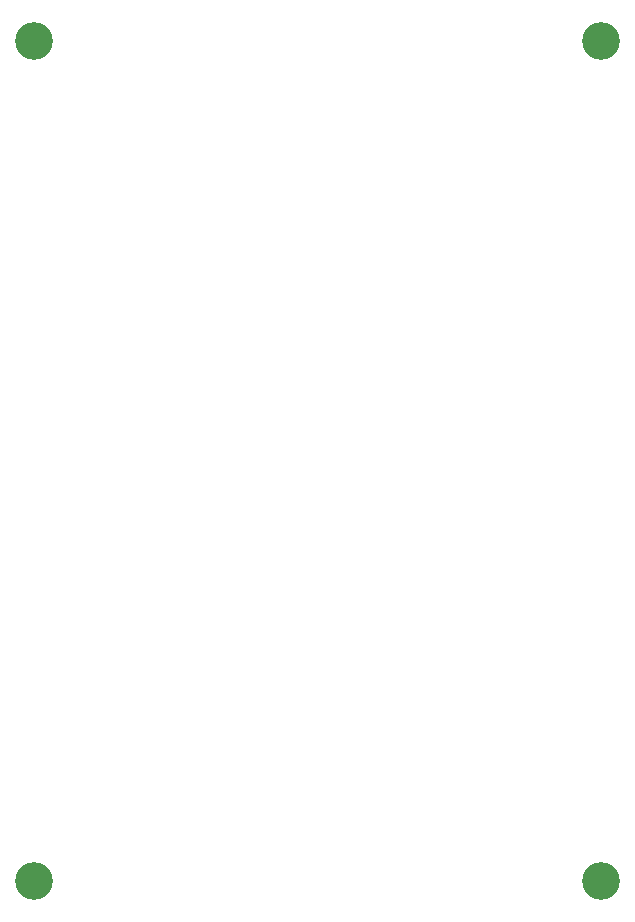
<source format=gbr>
%TF.GenerationSoftware,KiCad,Pcbnew,7.0.8*%
%TF.CreationDate,2025-02-28T20:23:39-05:00*%
%TF.ProjectId,Hexapod PCB KiCad Project,48657861-706f-4642-9050-4342204b6943,rev?*%
%TF.SameCoordinates,Original*%
%TF.FileFunction,NonPlated,1,4,NPTH,Drill*%
%TF.FilePolarity,Positive*%
%FSLAX46Y46*%
G04 Gerber Fmt 4.6, Leading zero omitted, Abs format (unit mm)*
G04 Created by KiCad (PCBNEW 7.0.8) date 2025-02-28 20:23:39*
%MOMM*%
%LPD*%
G01*
G04 APERTURE LIST*
%TA.AperFunction,ComponentDrill*%
%ADD10C,3.200000*%
%TD*%
G04 APERTURE END LIST*
D10*
%TO.C,H2*%
X119640000Y-66040000D03*
%TO.C,H1*%
X119640001Y-137202000D03*
%TO.C,H4*%
X167640000Y-66039999D03*
%TO.C,H3*%
X167640000Y-137202000D03*
M02*

</source>
